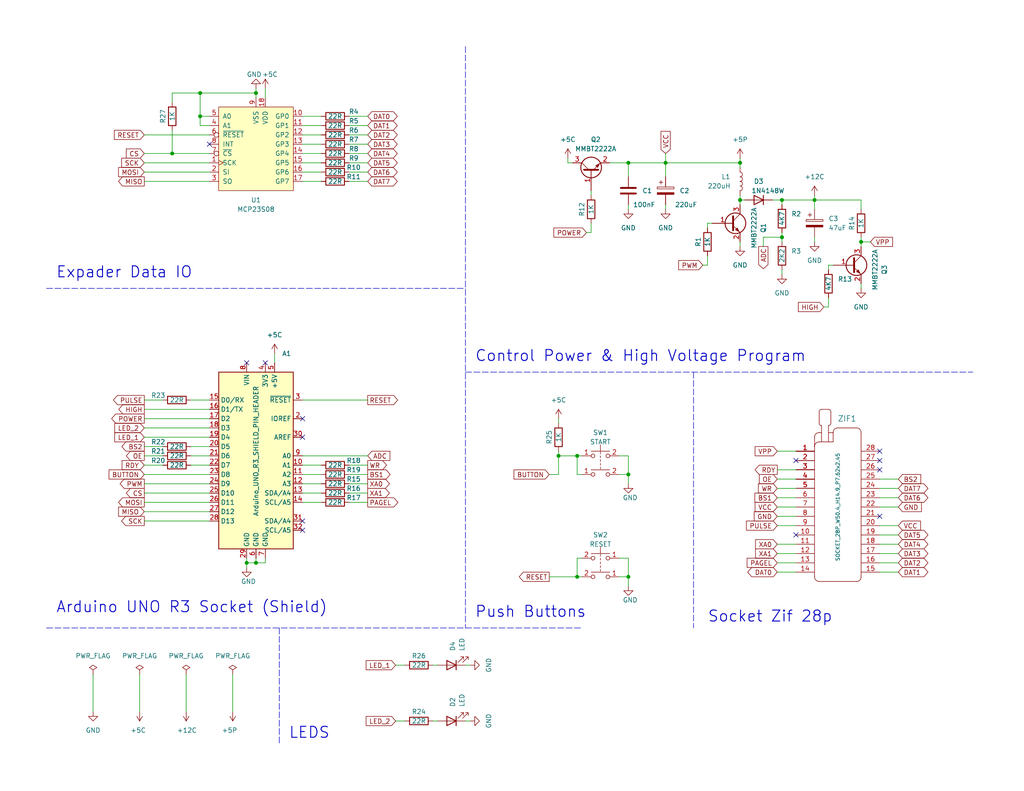
<source format=kicad_sch>
(kicad_sch (version 20230121) (generator eeschema)
  (paper "USLetter")
  (title_block (title "RESTORE AVR FUSES SMD") (date "2023-03-08") (rev "1.1V") (company "xDNA Electronics & Design"))
  (lib_symbols
    (symbol "Device:C" (pin_numbers hide) (pin_names (offset 0.254))
      (property "Reference" "C" (at 0.635 2.54 0))
      (property "Value" "C" (at 0.635 -2.54 0))
      (symbol "C_0_1"
        (polyline (pts (xy -2.032 -0.762) (xy 2.032 -0.762)) (stroke (width 0.508)))
        (polyline (pts (xy -2.032 0.762) (xy 2.032 0.762)) (stroke (width 0.508)))
      )
      (symbol "C_1_1"
        (pin passive line (at 0 3.81 270) (length 2.794) (name "~") (number "1"))
        (pin passive line (at 0 -3.81 90) (length 2.794) (name "~") (number "2"))
      )
    )
    (symbol "Device:C_Polarized" (pin_numbers hide) (pin_names (offset 0.254))
      (property "Reference" "C" (at 0.635 2.54 0))
      (property "Value" "C_Polarized" (at 0.635 -2.54 0))
      (symbol "C_Polarized_0_1"
        (rectangle (start -2.286 0.508) (end 2.286 1.016))
        (polyline (pts (xy -1.778 2.286) (xy -0.762 2.286)))
        (polyline (pts (xy -1.27 2.794) (xy -1.27 1.778)))
        (rectangle (start 2.286 -0.508) (end -2.286 -1.016) (fill (type outline)))
      )
      (symbol "C_Polarized_1_1"
        (pin passive line (at 0 3.81 270) (length 2.794) (name "~") (number "1"))
        (pin passive line (at 0 -3.81 90) (length 2.794) (name "~") (number "2"))
      )
    )
    (symbol "Device:L" (pin_numbers hide) (pin_names (offset 1.016) hide)
      (property "Reference" "L" (at -1.27 0 90))
      (property "Value" "L" (at 1.905 0 90))
      (symbol "L_0_1"
        (arc (start 0 -2.54) (mid 0.6323 -1.905) (end 0 -1.27))
        (arc (start 0 -1.27) (mid 0.6323 -0.635) (end 0 0))
        (arc (start 0 0) (mid 0.6323 0.635) (end 0 1.27))
        (arc (start 0 1.27) (mid 0.6323 1.905) (end 0 2.54))
      )
      (symbol "L_1_1"
        (pin passive line (at 0 3.81 270) (length 1.27) (name "1") (number "1"))
        (pin passive line (at 0 -3.81 90) (length 1.27) (name "2") (number "2"))
      )
    )
    (symbol "Device:LED" (pin_numbers hide) (pin_names (offset 1.016) hide)
      (property "Reference" "D" (at 0 2.54 0))
      (property "Value" "LED" (at 0 -2.54 0))
      (symbol "LED_0_1"
        (polyline (pts (xy -1.27 -1.27) (xy -1.27 1.27)) (stroke (width 0.254)))
        (polyline (pts (xy -1.27 0) (xy 1.27 0)))
        (polyline (pts (xy 1.27 -1.27) (xy 1.27 1.27) (xy -1.27 0) (xy 1.27 -1.27)) (stroke (width 0.254)))
        (polyline (pts (xy -3.048 -0.762) (xy -4.572 -2.286) (xy -3.81 -2.286) (xy -4.572 -2.286) (xy -4.572 -1.524)))
        (polyline (pts (xy -1.778 -0.762) (xy -3.302 -2.286) (xy -2.54 -2.286) (xy -3.302 -2.286) (xy -3.302 -1.524)))
      )
      (symbol "LED_1_1"
        (pin passive line (at -3.81 0 0) (length 2.54) (name "K") (number "1"))
        (pin passive line (at 3.81 0 180) (length 2.54) (name "A") (number "2"))
      )
    )
    (symbol "Device:Q_NPN_BEC" (pin_names (offset 0) hide)
      (property "Reference" "Q" (at 5.08 1.27 0))
      (property "Value" "Q_NPN_BEC" (at 5.08 -1.27 0))
      (symbol "Q_NPN_BEC_0_1"
        (polyline (pts (xy 0.635 0.635) (xy 2.54 2.54)))
        (polyline (pts (xy 0.635 -0.635) (xy 2.54 -2.54) (xy 2.54 -2.54)))
        (polyline (pts (xy 0.635 1.905) (xy 0.635 -1.905) (xy 0.635 -1.905)) (stroke (width 0.508)))
        (polyline (pts (xy 1.27 -1.778) (xy 1.778 -1.27) (xy 2.286 -2.286) (xy 1.27 -1.778) (xy 1.27 -1.778)) (fill (type outline)))
        (circle (center 1.27 0) (radius 2.8194) (stroke (width 0.254)))
      )
      (symbol "Q_NPN_BEC_1_1"
        (pin input line (at -5.08 0 0) (length 5.715) (name "B") (number "1"))
        (pin passive line (at 2.54 -5.08 90) (length 2.54) (name "E") (number "2"))
        (pin passive line (at 2.54 5.08 270) (length 2.54) (name "C") (number "3"))
      )
    )
    (symbol "Device:R" (pin_numbers hide) (pin_names (offset 0))
      (property "Reference" "R" (at 2.032 0 90))
      (property "Value" "R" (at 0 0 90))
      (symbol "R_0_1"
        (rectangle (start -1.016 -2.54) (end 1.016 2.54) (stroke (width 0.254)))
      )
      (symbol "R_1_1"
        (pin passive line (at 0 3.81 270) (length 1.27) (name "~") (number "1"))
        (pin passive line (at 0 -3.81 90) (length 1.27) (name "~") (number "2"))
      )
    )
    (symbol "Diode:1N4148W" (pin_numbers hide) (pin_names hide)
      (property "Reference" "D" (at 0 2.54 0))
      (property "Value" "1N4148W" (at 0 -2.54 0))
      (symbol "1N4148W_0_1"
        (polyline (pts (xy -1.27 1.27) (xy -1.27 -1.27)) (stroke (width 0.254)))
        (polyline (pts (xy 1.27 0) (xy -1.27 0)))
        (polyline (pts (xy 1.27 1.27) (xy 1.27 -1.27) (xy -1.27 0) (xy 1.27 1.27)) (stroke (width 0.254)))
      )
      (symbol "1N4148W_1_1"
        (pin passive line (at -3.81 0 0) (length 2.54) (name "K") (number "1"))
        (pin passive line (at 3.81 0 180) (length 2.54) (name "A") (number "2"))
      )
    )
    (symbol "Switch:SW_Push_Dual" (pin_names (offset 1.016) hide)
      (property "Reference" "SW" (at 1.27 2.54 0))
      (property "Value" "SW_Push_Dual" (at 0 -6.858 0))
      (symbol "SW_Push_Dual_0_1"
        (circle (center -2.032 -5.08) (radius 0.508))
        (circle (center -2.032 0) (radius 0.508))
        (polyline (pts (xy 0 -3.048) (xy 0 -3.556)))
        (polyline (pts (xy 0 -2.032) (xy 0 -2.54)))
        (polyline (pts (xy 0 -1.524) (xy 0 -1.016)))
        (polyline (pts (xy 0 -0.508) (xy 0 0)))
        (polyline (pts (xy 0 0.508) (xy 0 1.016)))
        (polyline (pts (xy 0 1.27) (xy 0 3.048)))
        (polyline (pts (xy 2.54 -3.81) (xy -2.54 -3.81)))
        (polyline (pts (xy 2.54 1.27) (xy -2.54 1.27)))
        (circle (center 2.032 -5.08) (radius 0.508))
        (circle (center 2.032 0) (radius 0.508))
        (pin passive line (at -5.08 0 0) (length 2.54) (name "1") (number "1"))
        (pin passive line (at -5.08 -5.08 0) (length 2.54) (name "3") (number "1"))
        (pin passive line (at 5.08 0 180) (length 2.54) (name "2") (number "2"))
        (pin passive line (at 5.08 -5.08 180) (length 2.54) (name "4") (number "2"))
      )
    )
    (symbol "power:+12C" (power) (pin_names (offset 0))
      (property "Value" "+12C" (at 0 3.81 0))
      (symbol "+12C_0_1"
        (polyline (pts (xy -0.762 1.27) (xy 0 2.54)))
        (polyline (pts (xy 0 0) (xy 0 2.54)))
        (polyline (pts (xy 0 2.54) (xy 0.762 1.27)))
      )
      (symbol "+12C_1_1"
        (pin power_in line (at 0 0 90) (length 0) hide (name "+12C") (number "1"))
      )
    )
    (symbol "power:+5C" (power) (pin_names (offset 0))
      (property "Value" "+5C" (at 0 3.556 0))
      (symbol "+5C_0_1"
        (polyline (pts (xy -0.762 1.27) (xy 0 2.54)))
        (polyline (pts (xy 0 0) (xy 0 2.54)))
        (polyline (pts (xy 0 2.54) (xy 0.762 1.27)))
      )
      (symbol "+5C_1_1"
        (pin power_in line (at 0 0 90) (length 0) hide (name "+5C") (number "1"))
      )
    )
    (symbol "power:+5P" (power) (pin_names (offset 0))
      (property "Value" "+5P" (at 0 3.556 0))
      (symbol "+5P_0_1"
        (polyline (pts (xy -0.762 1.27) (xy 0 2.54)))
        (polyline (pts (xy 0 0) (xy 0 2.54)))
        (polyline (pts (xy 0 2.54) (xy 0.762 1.27)))
      )
      (symbol "+5P_1_1"
        (pin power_in line (at 0 0 90) (length 0) hide (name "+5P") (number "1"))
      )
    )
    (symbol "power:GND" (power) (pin_names (offset 0))
      (property "Value" "GND" (at 0 -3.81 0))
      (symbol "GND_0_1"
        (polyline (pts (xy 0 0) (xy 0 -1.27) (xy 1.27 -1.27) (xy 0 -2.54) (xy -1.27 -1.27) (xy 0 -1.27)))
      )
      (symbol "GND_1_1"
        (pin power_in line (at 0 0 270) (length 0) hide (name "GND") (number "1"))
      )
    )
    (symbol "power:PWR_FLAG" (power) (pin_numbers hide) (pin_names (offset 0) hide)
      (property "Value" "PWR_FLAG" (at 0 3.81 0))
      (symbol "PWR_FLAG_0_0"
        (pin power_out line (at 0 0 90) (length 0) (name "pwr") (number "1"))
      )
      (symbol "PWR_FLAG_0_1"
        (polyline (pts (xy 0 0) (xy 0 1.27) (xy -1.016 1.905) (xy 0 2.54) (xy 1.016 1.905) (xy 0 1.27)))
      )
    )
    (symbol "x_Arduino_Shield:Arduino_UNO_R3_SHIELD_PIN_HEADER"
      (property "Reference" "A" (at -10.16 23.495 0))
      (property "Value" "Arduino_UNO_R3_SHIELD_PIN_HEADER" (at 5.08 -26.67 0))
      (symbol "Arduino_UNO_R3_SHIELD_PIN_HEADER_0_1"
        (rectangle (start -10.16 22.86) (end 10.16 -25.4) (stroke (width 0.254)) (fill (type background)))
      )
      (symbol "Arduino_UNO_R3_SHIELD_PIN_HEADER_1_1"
        (pin no_connect line (at -10.16 -20.32 0) (length 2.54) hide (name "NC") (number "1"))
        (pin bidirectional line (at 12.7 -2.54 180) (length 2.54) (name "A1") (number "10"))
        (pin bidirectional line (at 12.7 -5.08 180) (length 2.54) (name "A2") (number "11"))
        (pin bidirectional line (at 12.7 -7.62 180) (length 2.54) (name "A3") (number "12"))
        (pin bidirectional line (at 12.7 -10.16 180) (length 2.54) (name "SDA/A4") (number "13"))
        (pin bidirectional line (at 12.7 -12.7 180) (length 2.54) (name "SCL/A5") (number "14"))
        (pin bidirectional line (at -12.7 15.24 0) (length 2.54) (name "D0/RX") (number "15"))
        (pin bidirectional line (at -12.7 12.7 0) (length 2.54) (name "D1/TX") (number "16"))
        (pin bidirectional line (at -12.7 10.16 0) (length 2.54) (name "D2") (number "17"))
        (pin bidirectional line (at -12.7 7.62 0) (length 2.54) (name "D3") (number "18"))
        (pin bidirectional line (at -12.7 5.08 0) (length 2.54) (name "D4") (number "19"))
        (pin output line (at 12.7 10.16 180) (length 2.54) (name "IOREF") (number "2"))
        (pin bidirectional line (at -12.7 2.54 0) (length 2.54) (name "D5") (number "20"))
        (pin bidirectional line (at -12.7 0 0) (length 2.54) (name "D6") (number "21"))
        (pin bidirectional line (at -12.7 -2.54 0) (length 2.54) (name "D7") (number "22"))
        (pin bidirectional line (at -12.7 -5.08 0) (length 2.54) (name "D8") (number "23"))
        (pin bidirectional line (at -12.7 -7.62 0) (length 2.54) (name "D9") (number "24"))
        (pin bidirectional line (at -12.7 -10.16 0) (length 2.54) (name "D10") (number "25"))
        (pin bidirectional line (at -12.7 -12.7 0) (length 2.54) (name "D11") (number "26"))
        (pin bidirectional line (at -12.7 -15.24 0) (length 2.54) (name "D12") (number "27"))
        (pin bidirectional line (at -12.7 -17.78 0) (length 2.54) (name "D13") (number "28"))
        (pin power_in line (at -2.54 -27.94 90) (length 2.54) (name "GND") (number "29"))
        (pin input line (at 12.7 15.24 180) (length 2.54) (name "~{RESET}") (number "3"))
        (pin input line (at 12.7 5.08 180) (length 2.54) (name "AREF") (number "30"))
        (pin bidirectional line (at 12.7 -17.78 180) (length 2.54) (name "SDA/A4") (number "31"))
        (pin bidirectional line (at 12.7 -20.32 180) (length 2.54) (name "SCL/A5") (number "32"))
        (pin power_out line (at 2.54 25.4 270) (length 2.54) (name "3V3") (number "4"))
        (pin power_out line (at 5.08 25.4 270) (length 2.54) (name "+5V") (number "5"))
        (pin power_in line (at 0 -27.94 90) (length 2.54) (name "GND") (number "6"))
        (pin power_in line (at 2.54 -27.94 90) (length 2.54) (name "GND") (number "7"))
        (pin power_in line (at -2.54 25.4 270) (length 2.54) (name "VIN") (number "8"))
        (pin bidirectional line (at 12.7 0 180) (length 2.54) (name "A0") (number "9"))
      )
    )
    (symbol "x_Interfaces:MCP23S08" (pin_names (offset 1.016))
      (property "Reference" "U" (at -10.16 13.97 0))
      (property "Value" "MCP23S08" (at -6.35 -12.7 0))
      (symbol "MCP23S08_0_1"
        (rectangle (start -11.43 11.43) (end 8.89 -11.43) (fill (type background)))
      )
      (symbol "MCP23S08_1_1"
        (pin input clock (at -13.97 -3.81 0) (length 2.54) (name "SCK") (number "1"))
        (pin bidirectional line (at 11.43 8.89 180) (length 2.54) (name "GP0") (number "10"))
        (pin bidirectional line (at 11.43 6.35 180) (length 2.54) (name "GP1") (number "11"))
        (pin bidirectional line (at 11.43 3.81 180) (length 2.54) (name "GP2") (number "12"))
        (pin bidirectional line (at 11.43 1.27 180) (length 2.54) (name "GP3") (number "13"))
        (pin bidirectional line (at 11.43 -1.27 180) (length 2.54) (name "GP4") (number "14"))
        (pin bidirectional line (at 11.43 -3.81 180) (length 2.54) (name "GP5") (number "15"))
        (pin bidirectional line (at 11.43 -6.35 180) (length 2.54) (name "GP6") (number "16"))
        (pin bidirectional line (at 11.43 -8.89 180) (length 2.54) (name "GP7") (number "17"))
        (pin power_in line (at 1.27 13.97 270) (length 2.54) (name "VDD") (number "18"))
        (pin input line (at -13.97 -6.35 0) (length 2.54) (name "SI") (number "2"))
        (pin output line (at -13.97 -8.89 0) (length 2.54) (name "SO") (number "3"))
        (pin input line (at -13.97 6.35 0) (length 2.54) (name "A1") (number "4"))
        (pin input line (at -13.97 8.89 0) (length 2.54) (name "A0") (number "5"))
        (pin input inverted (at -13.97 3.81 0) (length 2.54) (name "~{RESET}") (number "6"))
        (pin input inverted (at -13.97 -1.27 0) (length 2.54) (name "~{CS}") (number "7"))
        (pin input line (at -13.97 1.27 0) (length 2.54) (name "INT") (number "8"))
        (pin power_in line (at -1.27 13.97 270) (length 2.54) (name "VSS") (number "9"))
      )
    )
    (symbol "x_Sockets_ZIF:SOCKET_28P_W50.4_H14.9_P7.62x2.45" (pin_names (offset 1.016))
      (property "Reference" "ZIF" (at 1.27 22.86 0))
      (property "Value" "SOCKET_28P_W50.4_H14.9_P7.62x2.45" (at 0 -17.78 0))
      (symbol "SOCKET_28P_W50.4_H14.9_P7.62x2.45_0_1"
        (arc (start -6.35 -19.05) (mid -5.9727 -19.9427) (end -5.08 -20.32))
        (arc (start -5.08 17.78) (mid -5.9909 17.4209) (end -6.35 16.51))
        (arc (start -5.08 20.32) (mid -5.9909 19.9609) (end -6.35 19.05))
        (arc (start -5.08 22.86) (mid -4.8992 22.4058) (end -4.445 22.225))
        (arc (start -4.445 26.67) (mid -4.8992 26.4892) (end -5.08 26.035))
        (arc (start -2.54 22.225) (mid -2.1034 22.4234) (end -1.905 22.86))
        (arc (start -1.905 26.035) (mid -2.1034 26.4716) (end -2.54 26.67))
        (polyline (pts (xy -6.35 16.51) (xy -6.35 -19.05)))
        (polyline (pts (xy -6.35 16.51) (xy -6.35 19.05)))
        (polyline (pts (xy -5.08 -20.32) (xy 5.08 -20.32)))
        (polyline (pts (xy -5.08 20.32) (xy -4.445 20.32)))
        (polyline (pts (xy -5.08 22.86) (xy -5.08 26.035)))
        (polyline (pts (xy -4.445 17.78) (xy -4.445 22.225)))
        (polyline (pts (xy -4.445 26.67) (xy -2.54 26.67)))
        (polyline (pts (xy -2.54 17.78) (xy -2.54 22.225)))
        (polyline (pts (xy -2.54 20.32) (xy -1.27 20.32)))
        (polyline (pts (xy -1.905 22.86) (xy -1.905 26.035)))
        (polyline (pts (xy 0 21.59) (xy 5.08 21.59)))
        (polyline (pts (xy 6.35 -19.05) (xy 6.35 16.51)))
        (polyline (pts (xy 6.35 16.51) (xy 6.35 20.32)))
        (polyline (pts (xy -5.08 17.78) (xy -1.27 17.78) (xy -1.27 20.32)))
        (arc (start 0 21.59) (mid -0.9109 21.2309) (end -1.27 20.32))
        (arc (start 5.08 -20.32) (mid 5.9908 -19.9608) (end 6.35 -19.05))
        (arc (start 6.35 20.32) (mid 5.9908 21.2308) (end 5.08 21.59))
      )
      (symbol "SOCKET_28P_W50.4_H14.9_P7.62x2.45_1_1"
        (pin bidirectional line (at -11.43 15.24 0) (length 5.0038) (name "~") (number "1"))
        (pin bidirectional line (at -11.43 15.24 0) (length 5.0038) (name "~") (number "1"))
        (pin bidirectional line (at -11.43 15.24 0) (length 5.0038) (name "~") (number "1"))
        (pin bidirectional line (at -11.43 15.24 0) (length 5.0038) (name "~") (number "1"))
        (pin bidirectional line (at -11.43 -7.62 0) (length 5.0038) (name "~") (number "10"))
        (pin bidirectional line (at -11.43 -10.16 0) (length 5.0038) (name "~") (number "11"))
        (pin bidirectional line (at -11.43 -12.7 0) (length 5.0038) (name "~") (number "12"))
        (pin bidirectional line (at -11.43 -15.24 0) (length 5.0038) (name "~") (number "13"))
        (pin bidirectional line (at -11.43 -17.78 0) (length 5.0038) (name "~") (number "14"))
        (pin bidirectional line (at 11.43 -17.78 180) (length 5.0038) (name "~") (number "15"))
        (pin bidirectional line (at 11.43 -15.24 180) (length 5.0038) (name "~") (number "16"))
        (pin bidirectional line (at 11.43 -12.7 180) (length 5.0038) (name "~") (number "17"))
        (pin bidirectional line (at 11.43 -10.16 180) (length 5.0038) (name "~") (number "18"))
        (pin bidirectional line (at 11.43 -7.62 180) (length 5.0038) (name "~") (number "19"))
        (pin bidirectional line (at -11.43 12.7 0) (length 5.0038) (name "~") (number "2"))
        (pin bidirectional line (at -11.43 12.7 0) (length 5.0038) (name "~") (number "2"))
        (pin bidirectional line (at -11.43 12.7 0) (length 5.0038) (name "~") (number "2"))
        (pin bidirectional line (at -11.43 12.7 0) (length 5.0038) (name "~") (number "2"))
        (pin bidirectional line (at 11.43 -5.08 180) (length 5.0038) (name "~") (number "20"))
        (pin bidirectional line (at 11.43 -2.54 180) (length 5.0038) (name "~") (number "21"))
        (pin bidirectional line (at 11.43 0 180) (length 5.0038) (name "~") (number "22"))
        (pin bidirectional line (at 11.43 2.54 180) (length 5.0038) (name "~") (number "23"))
        (pin bidirectional line (at 11.43 5.08 180) (length 5.0038) (name "~") (number "24"))
        (pin bidirectional line (at 11.43 7.62 180) (length 5.0038) (name "~") (number "25"))
        (pin bidirectional line (at 11.43 10.16 180) (length 5.0038) (name "~") (number "26"))
        (pin bidirectional line (at 11.43 12.7 180) (length 5.0038) (name "~") (number "27"))
        (pin bidirectional line (at 11.43 15.24 180) (length 5.0038) (name "~") (number "28"))
        (pin bidirectional line (at -11.43 10.16 0) (length 5.0038) (name "~") (number "3"))
        (pin bidirectional line (at -11.43 10.16 0) (length 5.0038) (name "~") (number "3"))
        (pin bidirectional line (at -11.43 10.16 0) (length 5.0038) (name "~") (number "3"))
        (pin bidirectional line (at -11.43 10.16 0) (length 5.0038) (name "~") (number "3"))
        (pin bidirectional line (at -11.43 7.62 0) (length 5.0038) (name "~") (number "4"))
        (pin bidirectional line (at -11.43 7.62 0) (length 5.0038) (name "~") (number "4"))
        (pin bidirectional line (at -11.43 7.62 0) (length 5.0038) (name "~") (number "4"))
        (pin bidirectional line (at -11.43 7.62 0) (length 5.0038) (name "~") (number "4"))
        (pin bidirectional line (at -11.43 5.08 0) (length 5.0038) (name "~") (number "5"))
        (pin bidirectional line (at -11.43 5.08 0) (length 5.0038) (name "~") (number "5"))
        (pin bidirectional line (at -11.43 5.08 0) (length 5.0038) (name "~") (number "5"))
        (pin bidirectional line (at -11.43 5.08 0) (length 5.0038) (name "~") (number "5"))
        (pin bidirectional line (at -11.43 2.54 0) (length 5.0038) (name "~") (number "6"))
        (pin bidirectional line (at -11.43 0 0) (length 5.0038) (name "~") (number "7"))
        (pin bidirectional line (at -11.43 -2.54 0) (length 5.0038) (name "~") (number "8"))
        (pin bidirectional line (at -11.43 -5.08 0) (length 5.0038) (name "~") (number "9"))
      )
    )
  )
  (junction (at 201.93 44.45))
  (junction (at 222.25 54.61))
  (junction (at 67.31 153.67))
  (junction (at 157.48 157.48))
  (junction (at 171.45 129.54))
  (junction (at 46.99 41.91))
  (junction (at 213.36 64.77))
  (junction (at 171.45 157.48))
  (junction (at 234.95 66.04))
  (junction (at 171.45 44.45))
  (junction (at 54.61 31.75))
  (junction (at 69.85 153.67))
  (junction (at 181.61 44.45))
  (junction (at 152.4 124.46))
  (junction (at 157.48 124.46))
  (junction (at 201.93 54.61))
  (junction (at 69.85 25.4))
  (junction (at 213.36 54.61))
  (junction (at 54.61 25.4))
  (no_connect (at 240.03 128.27))
  (no_connect (at 217.17 146.05))
  (no_connect (at 82.55 119.38))
  (no_connect (at 82.55 142.24))
  (no_connect (at 240.03 140.97))
  (no_connect (at 67.31 99.06))
  (no_connect (at 240.03 123.19))
  (no_connect (at 82.55 144.78))
  (no_connect (at 82.55 114.3))
  (no_connect (at 240.03 125.73))
  (no_connect (at 217.17 125.73))
  (no_connect (at 57.15 39.37))
  (no_connect (at 72.39 99.06))
  (wire (pts (xy 240.03 133.35) (xy 245.11 133.35)))
  (wire (pts (xy 226.06 72.39) (xy 226.06 73.66)))
  (wire (pts (xy 82.55 124.46) (xy 100.33 124.46)))
  (wire (pts (xy 39.37 119.38) (xy 57.15 119.38)))
  (wire (pts (xy 208.28 64.77) (xy 213.36 64.77)))
  (wire (pts (xy 160.02 63.5) (xy 161.29 63.5)))
  (wire (pts (xy 95.25 129.54) (xy 100.33 129.54)))
  (wire (pts (xy 154.94 44.45) (xy 156.21 44.45)))
  (wire (pts (xy 193.04 69.85) (xy 193.04 72.39)))
  (wire (pts (xy 100.33 46.99) (xy 95.25 46.99)))
  (wire (pts (xy 39.37 114.3) (xy 57.15 114.3)))
  (wire (pts (xy 157.48 157.48) (xy 158.75 157.48)))
  (wire (pts (xy 222.25 64.77) (xy 222.25 66.04)))
  (wire (pts (xy 39.37 46.99) (xy 57.15 46.99)))
  (wire (pts (xy 95.25 134.62) (xy 100.33 134.62)))
  (wire (pts (xy 39.37 109.22) (xy 44.45 109.22)))
  (wire (pts (xy 152.4 124.46) (xy 157.48 124.46)))
  (wire (pts (xy 227.33 72.39) (xy 226.06 72.39)))
  (wire (pts (xy 152.4 114.3) (xy 152.4 115.57)))
  (wire (pts (xy 100.33 44.45) (xy 95.25 44.45)))
  (wire (pts (xy 171.45 157.48) (xy 168.91 157.48)))
  (wire (pts (xy 39.37 36.83) (xy 57.15 36.83)))
  (wire (pts (xy 127 181.61) (xy 128.27 181.61)))
  (wire (pts (xy 181.61 55.88) (xy 181.61 57.15)))
  (wire (pts (xy 52.07 124.46) (xy 57.15 124.46)))
  (wire (pts (xy 54.61 31.75) (xy 57.15 31.75)))
  (wire (pts (xy 39.37 132.08) (xy 57.15 132.08)))
  (wire (pts (xy 222.25 54.61) (xy 222.25 57.15)))
  (wire (pts (xy 201.93 54.61) (xy 201.93 55.88)))
  (wire (pts (xy 39.37 139.7) (xy 57.15 139.7)))
  (wire (pts (xy 240.03 135.89) (xy 245.11 135.89)))
  (wire (pts (xy 52.07 127) (xy 57.15 127)))
  (wire (pts (xy 39.37 49.53) (xy 57.15 49.53)))
  (wire (pts (xy 39.37 41.91) (xy 46.99 41.91)))
  (wire (pts (xy 82.55 129.54) (xy 87.63 129.54)))
  (wire (pts (xy 67.31 152.4) (xy 67.31 153.67)))
  (wire (pts (xy 152.4 124.46) (xy 152.4 129.54)))
  (wire (pts (xy 100.33 39.37) (xy 95.25 39.37)))
  (wire (pts (xy 87.63 46.99) (xy 82.55 46.99)))
  (wire (pts (xy 212.09 143.51) (xy 217.17 143.51)))
  (wire (pts (xy 82.55 132.08) (xy 87.63 132.08)))
  (wire (pts (xy 161.29 60.96) (xy 161.29 63.5)))
  (wire (pts (xy 69.85 24.13) (xy 69.85 25.4)))
  (wire (pts (xy 63.5 184.15) (xy 63.5 194.31)))
  (wire (pts (xy 39.37 111.76) (xy 57.15 111.76)))
  (wire (pts (xy 157.48 129.54) (xy 157.48 124.46)))
  (wire (pts (xy 46.99 35.56) (xy 46.99 41.91)))
  (wire (pts (xy 193.04 60.96) (xy 193.04 62.23)))
  (wire (pts (xy 158.75 129.54) (xy 157.48 129.54)))
  (wire (pts (xy 171.45 152.4) (xy 171.45 157.48)))
  (wire (pts (xy 39.37 44.45) (xy 57.15 44.45)))
  (wire (pts (xy 67.31 153.67) (xy 67.31 154.94)))
  (wire (pts (xy 212.09 123.19) (xy 217.17 123.19)))
  (wire (pts (xy 240.03 146.05) (xy 245.11 146.05)))
  (wire (pts (xy 234.95 66.04) (xy 234.95 67.31)))
  (wire (pts (xy 171.45 44.45) (xy 181.61 44.45)))
  (polyline (pts (xy 12.7 78.74) (xy 127 78.74)) (stroke (width 0) (type dash)))
  (wire (pts (xy 181.61 41.91) (xy 181.61 44.45)))
  (wire (pts (xy 171.45 124.46) (xy 171.45 129.54)))
  (wire (pts (xy 82.55 134.62) (xy 87.63 134.62)))
  (wire (pts (xy 213.36 73.66) (xy 213.36 74.93)))
  (wire (pts (xy 234.95 54.61) (xy 222.25 54.61)))
  (wire (pts (xy 100.33 49.53) (xy 95.25 49.53)))
  (wire (pts (xy 82.55 137.16) (xy 87.63 137.16)))
  (wire (pts (xy 87.63 34.29) (xy 82.55 34.29)))
  (wire (pts (xy 39.37 124.46) (xy 44.45 124.46)))
  (wire (pts (xy 95.25 132.08) (xy 100.33 132.08)))
  (wire (pts (xy 118.11 181.61) (xy 119.38 181.61)))
  (polyline (pts (xy 189.23 101.6) (xy 189.23 171.45)) (stroke (width 0) (type dash)))
  (wire (pts (xy 54.61 25.4) (xy 54.61 31.75)))
  (wire (pts (xy 201.93 53.34) (xy 201.93 54.61)))
  (wire (pts (xy 69.85 153.67) (xy 72.39 153.67)))
  (wire (pts (xy 201.93 54.61) (xy 203.2 54.61)))
  (wire (pts (xy 212.09 153.67) (xy 217.17 153.67)))
  (wire (pts (xy 240.03 143.51) (xy 245.11 143.51)))
  (polyline (pts (xy 127 12.7) (xy 127 171.45)) (stroke (width 0) (type dash)))
  (wire (pts (xy 52.07 121.92) (xy 57.15 121.92)))
  (wire (pts (xy 39.37 116.84) (xy 57.15 116.84)))
  (wire (pts (xy 39.37 137.16) (xy 57.15 137.16)))
  (wire (pts (xy 213.36 54.61) (xy 213.36 55.88)))
  (wire (pts (xy 168.91 152.4) (xy 171.45 152.4)))
  (wire (pts (xy 149.86 129.54) (xy 152.4 129.54)))
  (wire (pts (xy 46.99 41.91) (xy 57.15 41.91)))
  (wire (pts (xy 95.25 137.16) (xy 100.33 137.16)))
  (wire (pts (xy 240.03 138.43) (xy 245.11 138.43)))
  (wire (pts (xy 226.06 83.82) (xy 224.79 83.82)))
  (wire (pts (xy 127 196.85) (xy 128.27 196.85)))
  (wire (pts (xy 171.45 157.48) (xy 171.45 160.02)))
  (wire (pts (xy 149.86 157.48) (xy 157.48 157.48)))
  (wire (pts (xy 69.85 25.4) (xy 54.61 25.4)))
  (polyline (pts (xy 127 101.6) (xy 265.43 101.6)) (stroke (width 0) (type dash)))
  (wire (pts (xy 50.8 184.15) (xy 50.8 194.31)))
  (wire (pts (xy 212.09 151.13) (xy 217.17 151.13)))
  (wire (pts (xy 171.45 129.54) (xy 168.91 129.54)))
  (wire (pts (xy 234.95 66.04) (xy 237.49 66.04)))
  (wire (pts (xy 234.95 77.47) (xy 234.95 78.74)))
  (wire (pts (xy 181.61 44.45) (xy 201.93 44.45)))
  (wire (pts (xy 212.09 138.43) (xy 217.17 138.43)))
  (wire (pts (xy 240.03 153.67) (xy 245.11 153.67)))
  (wire (pts (xy 181.61 44.45) (xy 181.61 48.26)))
  (wire (pts (xy 39.37 121.92) (xy 44.45 121.92)))
  (wire (pts (xy 25.4 184.15) (xy 25.4 194.31)))
  (wire (pts (xy 222.25 53.34) (xy 222.25 54.61)))
  (wire (pts (xy 213.36 64.77) (xy 213.36 66.04)))
  (wire (pts (xy 240.03 156.21) (xy 245.11 156.21)))
  (wire (pts (xy 234.95 57.15) (xy 234.95 54.61)))
  (wire (pts (xy 82.55 127) (xy 87.63 127)))
  (wire (pts (xy 118.11 196.85) (xy 119.38 196.85)))
  (wire (pts (xy 212.09 130.81) (xy 217.17 130.81)))
  (wire (pts (xy 39.37 142.24) (xy 57.15 142.24)))
  (wire (pts (xy 226.06 81.28) (xy 226.06 83.82)))
  (wire (pts (xy 87.63 41.91) (xy 82.55 41.91)))
  (wire (pts (xy 201.93 66.04) (xy 201.93 67.31)))
  (wire (pts (xy 100.33 36.83) (xy 95.25 36.83)))
  (wire (pts (xy 38.1 184.15) (xy 38.1 194.31)))
  (wire (pts (xy 208.28 67.31) (xy 208.28 64.77)))
  (wire (pts (xy 171.45 44.45) (xy 171.45 48.26)))
  (wire (pts (xy 157.48 152.4) (xy 158.75 152.4)))
  (wire (pts (xy 212.09 156.21) (xy 217.17 156.21)))
  (wire (pts (xy 212.09 128.27) (xy 217.17 128.27)))
  (wire (pts (xy 210.82 54.61) (xy 213.36 54.61)))
  (wire (pts (xy 157.48 152.4) (xy 157.48 157.48)))
  (wire (pts (xy 201.93 43.18) (xy 201.93 44.45)))
  (wire (pts (xy 201.93 44.45) (xy 201.93 45.72)))
  (wire (pts (xy 54.61 25.4) (xy 46.99 25.4)))
  (wire (pts (xy 193.04 60.96) (xy 194.31 60.96)))
  (wire (pts (xy 240.03 130.81) (xy 245.11 130.81)))
  (wire (pts (xy 82.55 109.22) (xy 100.33 109.22)))
  (wire (pts (xy 166.37 44.45) (xy 171.45 44.45)))
  (wire (pts (xy 212.09 135.89) (xy 217.17 135.89)))
  (wire (pts (xy 87.63 44.45) (xy 82.55 44.45)))
  (wire (pts (xy 154.94 43.18) (xy 154.94 44.45)))
  (wire (pts (xy 100.33 34.29) (xy 95.25 34.29)))
  (wire (pts (xy 240.03 148.59) (xy 245.11 148.59)))
  (wire (pts (xy 107.95 196.85) (xy 110.49 196.85)))
  (wire (pts (xy 69.85 25.4) (xy 69.85 26.67)))
  (polyline (pts (xy 12.7 171.45) (xy 158.75 171.45)) (stroke (width 0) (type dash)))
  (wire (pts (xy 213.36 54.61) (xy 222.25 54.61)))
  (wire (pts (xy 157.48 124.46) (xy 158.75 124.46)))
  (wire (pts (xy 212.09 140.97) (xy 217.17 140.97)))
  (polyline (pts (xy 76.2 171.45) (xy 76.2 203.2)) (stroke (width 0) (type dash)))
  (wire (pts (xy 100.33 31.75) (xy 95.25 31.75)))
  (wire (pts (xy 72.39 152.4) (xy 72.39 153.67)))
  (wire (pts (xy 69.85 153.67) (xy 67.31 153.67)))
  (wire (pts (xy 87.63 36.83) (xy 82.55 36.83)))
  (wire (pts (xy 69.85 152.4) (xy 69.85 153.67)))
  (wire (pts (xy 54.61 31.75) (xy 54.61 34.29)))
  (wire (pts (xy 74.93 96.52) (xy 74.93 99.06)))
  (wire (pts (xy 212.09 148.59) (xy 217.17 148.59)))
  (wire (pts (xy 46.99 25.4) (xy 46.99 27.94)))
  (wire (pts (xy 240.03 151.13) (xy 245.11 151.13)))
  (wire (pts (xy 152.4 123.19) (xy 152.4 124.46)))
  (wire (pts (xy 54.61 34.29) (xy 57.15 34.29)))
  (wire (pts (xy 95.25 127) (xy 100.33 127)))
  (wire (pts (xy 171.45 129.54) (xy 171.45 132.08)))
  (wire (pts (xy 39.37 129.54) (xy 57.15 129.54)))
  (wire (pts (xy 161.29 52.07) (xy 161.29 53.34)))
  (wire (pts (xy 168.91 124.46) (xy 171.45 124.46)))
  (wire (pts (xy 193.04 72.39) (xy 191.77 72.39)))
  (wire (pts (xy 39.37 134.62) (xy 57.15 134.62)))
  (wire (pts (xy 72.39 24.13) (xy 72.39 26.67)))
  (wire (pts (xy 107.95 181.61) (xy 110.49 181.61)))
  (wire (pts (xy 87.63 39.37) (xy 82.55 39.37)))
  (wire (pts (xy 212.09 133.35) (xy 217.17 133.35)))
  (wire (pts (xy 213.36 63.5) (xy 213.36 64.77)))
  (wire (pts (xy 87.63 31.75) (xy 82.55 31.75)))
  (wire (pts (xy 87.63 49.53) (xy 82.55 49.53)))
  (wire (pts (xy 39.37 127) (xy 44.45 127)))
  (wire (pts (xy 52.07 109.22) (xy 57.15 109.22)))
  (wire (pts (xy 100.33 41.91) (xy 95.25 41.91)))
  (wire (pts (xy 234.95 64.77) (xy 234.95 66.04)))
  (wire (pts (xy 171.45 55.88) (xy 171.45 57.15)))
  (text "Control Power & High Voltage Program" (at 129.54 99.06 0) (effects (font (size 3 3) (thickness 0.254) bold) (justify left bottom)))
  (text "Arduino UNO R3 Socket (Shield)" (at 15.24 167.64 0) (effects (font (size 3 3) (thickness 0.254) bold) (justify left bottom)))
  (text "Push Buttons" (at 129.54 168.91 0) (effects (font (size 3 3) (thickness 0.254) bold) (justify left bottom)))
  (text "LEDS" (at 78.74 201.93 0) (effects (font (size 3 3) (thickness 0.254) bold) (justify left bottom)))
  (text "Socket Zif 28p" (at 193.04 170.18 0) (effects (font (size 3 3) (thickness 0.254) bold) (justify left bottom)))
  (text "Expader Data IO" (at 15.24 76.2 0) (effects (font (size 3 3) (thickness 0.254) bold) (justify left bottom)))
  (global_label "DAT2" (shape bidirectional) (at 245.11 153.67 0) (property "Intersheetrefs" "${INTERSHEET_REFS}" (effects hide)) (property "Referencias entre hojas" "${INTERSHEET_REFS}" (effects hide)))
  (global_label "BUTTON" (shape input) (at 149.86 129.54 180) (property "Intersheetrefs" "${INTERSHEET_REFS}" (effects hide)))
  (global_label "DAT5" (shape bidirectional) (at 245.11 146.05 0) (property "Intersheetrefs" "${INTERSHEET_REFS}" (effects hide)) (property "Referencias entre hojas" "${INTERSHEET_REFS}" (effects hide)))
  (global_label "CS" (shape output) (at 39.37 134.62 180) (property "Intersheetrefs" "${INTERSHEET_REFS}" (effects hide)))
  (global_label "CS" (shape input) (at 39.37 41.91 180) (property "Intersheetrefs" "${INTERSHEET_REFS}" (effects hide)))
  (global_label "VCC" (shape input) (at 212.09 138.43 180) (property "Intersheetrefs" "${INTERSHEET_REFS}" (effects hide)) (property "Referencias entre hojas" "${INTERSHEET_REFS}" (effects hide)))
  (global_label "BS2" (shape input) (at 245.11 130.81 0) (property "Intersheetrefs" "${INTERSHEET_REFS}" (effects hide)) (property "Referencias entre hojas" "${INTERSHEET_REFS}" (effects hide)))
  (global_label "DAT3" (shape bidirectional) (at 100.33 39.37 0) (property "Intersheetrefs" "${INTERSHEET_REFS}" (effects hide)) (property "Referencias entre hojas" "${INTERSHEET_REFS}" (effects hide)))
  (global_label "DAT6" (shape bidirectional) (at 245.11 135.89 0) (property "Intersheetrefs" "${INTERSHEET_REFS}" (effects hide)) (property "Referencias entre hojas" "${INTERSHEET_REFS}" (effects hide)))
  (global_label "XA0" (shape input) (at 212.09 148.59 180) (property "Intersheetrefs" "${INTERSHEET_REFS}" (effects hide)) (property "Referencias entre hojas" "${INTERSHEET_REFS}" (effects hide)))
  (global_label "BS1" (shape output) (at 100.33 129.54 0) (property "Intersheetrefs" "${INTERSHEET_REFS}" (effects hide)) (property "Referencias entre hojas" "${INTERSHEET_REFS}" (effects hide)))
  (global_label "SCK" (shape output) (at 39.37 142.24 180) (property "Intersheetrefs" "${INTERSHEET_REFS}" (effects hide)))
  (global_label "OE" (shape input) (at 212.09 130.81 180) (property "Intersheetrefs" "${INTERSHEET_REFS}" (effects hide)) (property "Referencias entre hojas" "${INTERSHEET_REFS}" (effects hide)))
  (global_label "GND" (shape input) (at 212.09 140.97 180) (property "Intersheetrefs" "${INTERSHEET_REFS}" (effects hide)) (property "Referencias entre hojas" "${INTERSHEET_REFS}" (effects hide)))
  (global_label "XA1" (shape input) (at 212.09 151.13 180) (property "Intersheetrefs" "${INTERSHEET_REFS}" (effects hide)) (property "Referencias entre hojas" "${INTERSHEET_REFS}" (effects hide)))
  (global_label "DAT7" (shape bidirectional) (at 245.11 133.35 0) (property "Intersheetrefs" "${INTERSHEET_REFS}" (effects hide)) (property "Referencias entre hojas" "${INTERSHEET_REFS}" (effects hide)))
  (global_label "PULSE" (shape input) (at 212.09 143.51 180) (property "Intersheetrefs" "${INTERSHEET_REFS}" (effects hide)) (property "Referencias entre hojas" "${INTERSHEET_REFS}" (effects hide)))
  (global_label "BUTTON" (shape input) (at 39.37 129.54 180) (property "Intersheetrefs" "${INTERSHEET_REFS}" (effects hide)))
  (global_label "DAT1" (shape bidirectional) (at 100.33 34.29 0) (property "Intersheetrefs" "${INTERSHEET_REFS}" (effects hide)) (property "Referencias entre hojas" "${INTERSHEET_REFS}" (effects hide)))
  (global_label "DAT4" (shape bidirectional) (at 245.11 148.59 0) (property "Intersheetrefs" "${INTERSHEET_REFS}" (effects hide)) (property "Referencias entre hojas" "${INTERSHEET_REFS}" (effects hide)))
  (global_label "WR" (shape output) (at 100.33 127 0) (property "Intersheetrefs" "${INTERSHEET_REFS}" (effects hide)) (property "Referencias entre hojas" "${INTERSHEET_REFS}" (effects hide)))
  (global_label "PAGEL" (shape input) (at 212.09 153.67 180) (property "Intersheetrefs" "${INTERSHEET_REFS}" (effects hide)) (property "Referencias entre hojas" "${INTERSHEET_REFS}" (effects hide)))
  (global_label "HIGH" (shape output) (at 39.37 111.76 180) (property "Intersheetrefs" "${INTERSHEET_REFS}" (effects hide)) (property "Referencias entre hojas" "${INTERSHEET_REFS}" (effects hide)))
  (global_label "VPP" (shape input) (at 237.49 66.04 0) (property "Intersheetrefs" "${INTERSHEET_REFS}" (effects hide)) (property "Referencias entre hojas" "${INTERSHEET_REFS}" (effects hide)))
  (global_label "LED_2" (shape input) (at 107.95 196.85 180) (property "Intersheetrefs" "${INTERSHEET_REFS}" (effects hide)))
  (global_label "GND" (shape input) (at 245.11 138.43 0) (property "Intersheetrefs" "${INTERSHEET_REFS}" (effects hide)) (property "Referencias entre hojas" "${INTERSHEET_REFS}" (effects hide)))
  (global_label "ADC" (shape output) (at 208.28 67.31 270) (property "Intersheetrefs" "${INTERSHEET_REFS}" (effects hide)) (property "Referencias entre hojas" "${INTERSHEET_REFS}" (effects hide)))
  (global_label "LED_1" (shape input) (at 107.95 181.61 180) (property "Intersheetrefs" "${INTERSHEET_REFS}" (effects hide)))
  (global_label "XA1" (shape output) (at 100.33 134.62 0) (property "Intersheetrefs" "${INTERSHEET_REFS}" (effects hide)) (property "Referencias entre hojas" "${INTERSHEET_REFS}" (effects hide)))
  (global_label "RDY" (shape output) (at 212.09 128.27 180) (property "Intersheetrefs" "${INTERSHEET_REFS}" (effects hide)) (property "Referencias entre hojas" "${INTERSHEET_REFS}" (effects hide)))
  (global_label "LED_1" (shape input) (at 39.37 119.38 180) (property "Intersheetrefs" "${INTERSHEET_REFS}" (effects hide)))
  (global_label "DAT0" (shape bidirectional) (at 100.33 31.75 0) (property "Intersheetrefs" "${INTERSHEET_REFS}" (effects hide)) (property "Referencias entre hojas" "${INTERSHEET_REFS}" (effects hide)))
  (global_label "POWER" (shape input) (at 160.02 63.5 180) (property "Intersheetrefs" "${INTERSHEET_REFS}" (effects hide)) (property "Referencias entre hojas" "${INTERSHEET_REFS}" (effects hide)))
  (global_label "XA0" (shape output) (at 100.33 132.08 0) (property "Intersheetrefs" "${INTERSHEET_REFS}" (effects hide)) (property "Referencias entre hojas" "${INTERSHEET_REFS}" (effects hide)))
  (global_label "DAT2" (shape bidirectional) (at 100.33 36.83 0) (property "Intersheetrefs" "${INTERSHEET_REFS}" (effects hide)) (property "Referencias entre hojas" "${INTERSHEET_REFS}" (effects hide)))
  (global_label "VCC" (shape input) (at 181.61 41.91 90) (property "Intersheetrefs" "${INTERSHEET_REFS}" (effects hide)) (property "Referencias entre hojas" "${INTERSHEET_REFS}" (effects hide)))
  (global_label "DAT1" (shape bidirectional) (at 245.11 156.21 0) (property "Intersheetrefs" "${INTERSHEET_REFS}" (effects hide)) (property "Referencias entre hojas" "${INTERSHEET_REFS}" (effects hide)))
  (global_label "DAT3" (shape bidirectional) (at 245.11 151.13 0) (property "Intersheetrefs" "${INTERSHEET_REFS}" (effects hide)) (property "Referencias entre hojas" "${INTERSHEET_REFS}" (effects hide)))
  (global_label "VPP" (shape input) (at 212.09 123.19 180) (property "Intersheetrefs" "${INTERSHEET_REFS}" (effects hide)) (property "Referencias entre hojas" "${INTERSHEET_REFS}" (effects hide)))
  (global_label "PWM" (shape input) (at 191.77 72.39 180) (property "Intersheetrefs" "${INTERSHEET_REFS}" (effects hide)) (property "Referencias entre hojas" "${INTERSHEET_REFS}" (effects hide)))
  (global_label "MISO" (shape output) (at 39.37 49.53 180) (property "Intersheetrefs" "${INTERSHEET_REFS}" (effects hide)))
  (global_label "DAT5" (shape bidirectional) (at 100.33 44.45 0) (property "Intersheetrefs" "${INTERSHEET_REFS}" (effects hide)) (property "Referencias entre hojas" "${INTERSHEET_REFS}" (effects hide)))
  (global_label "PWM" (shape output) (at 39.37 132.08 180) (property "Intersheetrefs" "${INTERSHEET_REFS}" (effects hide)) (property "Referencias entre hojas" "${INTERSHEET_REFS}" (effects hide)))
  (global_label "SCK" (shape input) (at 39.37 44.45 180) (property "Intersheetrefs" "${INTERSHEET_REFS}" (effects hide)))
  (global_label "DAT4" (shape bidirectional) (at 100.33 41.91 0) (property "Intersheetrefs" "${INTERSHEET_REFS}" (effects hide)) (property "Referencias entre hojas" "${INTERSHEET_REFS}" (effects hide)))
  (global_label "BS2" (shape output) (at 39.37 121.92 180) (property "Intersheetrefs" "${INTERSHEET_REFS}" (effects hide)) (property "Referencias entre hojas" "${INTERSHEET_REFS}" (effects hide)))
  (global_label "RESET" (shape output) (at 100.33 109.22 0) (property "Intersheetrefs" "${INTERSHEET_REFS}" (effects hide)) (property "Referencias entre hojas" "${INTERSHEET_REFS}" (effects hide)))
  (global_label "POWER" (shape output) (at 39.37 114.3 180) (property "Intersheetrefs" "${INTERSHEET_REFS}" (effects hide)) (property "Referencias entre hojas" "${INTERSHEET_REFS}" (effects hide)))
  (global_label "RESET" (shape input) (at 39.37 36.83 180) (property "Intersheetrefs" "${INTERSHEET_REFS}" (effects hide)) (property "Referencias entre hojas" "${INTERSHEET_REFS}" (effects hide)))
  (global_label "RESET" (shape output) (at 149.86 157.48 180) (property "Intersheetrefs" "${INTERSHEET_REFS}" (effects hide)) (property "Referencias entre hojas" "${INTERSHEET_REFS}" (effects hide)))
  (global_label "OE" (shape output) (at 39.37 124.46 180) (property "Intersheetrefs" "${INTERSHEET_REFS}" (effects hide)) (property "Referencias entre hojas" "${INTERSHEET_REFS}" (effects hide)))
  (global_label "WR" (shape input) (at 212.09 133.35 180) (property "Intersheetrefs" "${INTERSHEET_REFS}" (effects hide)) (property "Referencias entre hojas" "${INTERSHEET_REFS}" (effects hide)))
  (global_label "ADC" (shape input) (at 100.33 124.46 0) (property "Intersheetrefs" "${INTERSHEET_REFS}" (effects hide)) (property "Referencias entre hojas" "${INTERSHEET_REFS}" (effects hide)))
  (global_label "DAT7" (shape bidirectional) (at 100.33 49.53 0) (property "Intersheetrefs" "${INTERSHEET_REFS}" (effects hide)) (property "Referencias entre hojas" "${INTERSHEET_REFS}" (effects hide)))
  (global_label "DAT6" (shape bidirectional) (at 100.33 46.99 0) (property "Intersheetrefs" "${INTERSHEET_REFS}" (effects hide)) (property "Referencias entre hojas" "${INTERSHEET_REFS}" (effects hide)))
  (global_label "PULSE" (shape output) (at 39.37 109.22 180) (property "Intersheetrefs" "${INTERSHEET_REFS}" (effects hide)) (property "Referencias entre hojas" "${INTERSHEET_REFS}" (effects hide)))
  (global_label "PAGEL" (shape output) (at 100.33 137.16 0) (property "Intersheetrefs" "${INTERSHEET_REFS}" (effects hide)) (property "Referencias entre hojas" "${INTERSHEET_REFS}" (effects hide)))
  (global_label "DAT0" (shape bidirectional) (at 212.09 156.21 180) (property "Intersheetrefs" "${INTERSHEET_REFS}" (effects hide)) (property "Referencias entre hojas" "${INTERSHEET_REFS}" (effects hide)))
  (global_label "MISO" (shape input) (at 39.37 139.7 180) (property "Intersheetrefs" "${INTERSHEET_REFS}" (effects hide)))
  (global_label "MOSI" (shape input) (at 39.37 46.99 180) (property "Intersheetrefs" "${INTERSHEET_REFS}" (effects hide)))
  (global_label "HIGH" (shape input) (at 224.79 83.82 180) (property "Intersheetrefs" "${INTERSHEET_REFS}" (effects hide)) (property "Referencias entre hojas" "${INTERSHEET_REFS}" (effects hide)))
  (global_label "RDY" (shape input) (at 39.37 127 180) (property "Intersheetrefs" "${INTERSHEET_REFS}" (effects hide)) (property "Referencias entre hojas" "${INTERSHEET_REFS}" (effects hide)))
  (global_label "MOSI" (shape output) (at 39.37 137.16 180) (property "Intersheetrefs" "${INTERSHEET_REFS}" (effects hide)))
  (global_label "VCC" (shape input) (at 245.11 143.51 0) (property "Intersheetrefs" "${INTERSHEET_REFS}" (effects hide)) (property "Referencias entre hojas" "${INTERSHEET_REFS}" (effects hide)))
  (global_label "LED_2" (shape input) (at 39.37 116.84 180) (property "Intersheetrefs" "${INTERSHEET_REFS}" (effects hide)))
  (global_label "BS1" (shape input) (at 212.09 135.89 180) (property "Intersheetrefs" "${INTERSHEET_REFS}" (effects hide)) (property "Referencias entre hojas" "${INTERSHEET_REFS}" (effects hide)))
  (symbol (lib_id "power:PWR_FLAG") (at 25.4 184.15 0) (unit 1)
    (property "Reference" "#FLG0102" (effects hide))
    (property "Value" "PWR_FLAG" (at 25.4 179.07 0))
  )
  (symbol (lib_id "power:GND") (at 69.85 24.13 180) (unit 1)
    (property "Reference" "#PWR0110" (effects hide))
    (property "Value" "GND" (at 67.31 20.32 0) (effects (justify right)))
  )
  (symbol (lib_id "Device:R") (at 48.26 121.92 90) (unit 1)
    (property "Reference" "R22" (at 43.18 120.65 90))
    (property "Value" "22R" (at 48.26 121.92 90))
    (property "Footprint" "Resistor_SMD:R_1206_3216Metric_Pad1.30x1.75mm_HandSolder" (effects hide))
  )
  (symbol (lib_id "power:+5C") (at 72.39 24.13 0) (unit 1)
    (property "Reference" "#PWR01" (effects hide))
    (property "Value" "+5C" (at 73.66 20.32 0))
  )
  (symbol (lib_id "Device:R") (at 91.44 39.37 270) (mirror x) (unit 1)
    (property "Reference" "R7" (at 96.52 38.1 90))
    (property "Value" "22R" (at 91.44 39.37 90))
    (property "Footprint" "Resistor_SMD:R_1206_3216Metric_Pad1.30x1.75mm_HandSolder" (effects hide))
  )
  (symbol (lib_id "Device:LED") (at 123.19 196.85 180) (unit 1)
    (property "Reference" "D2" (at 123.5074 193.04 90) (effects (justify right)))
    (property "Value" "LED" (at 126.0474 193.04 90) (effects (justify right)))
    (property "Footprint" "x_Led_SMD:LED_1210RVC" (effects hide))
  )
  (symbol (lib_id "Device:R") (at 91.44 132.08 270) (mirror x) (unit 1)
    (property "Reference" "R15" (at 96.52 130.81 90))
    (property "Value" "22R" (at 91.44 132.08 90))
    (property "Footprint" "Resistor_SMD:R_1206_3216Metric_Pad1.30x1.75mm_HandSolder" (effects hide))
  )
  (symbol (lib_id "Device:R") (at 91.44 129.54 270) (mirror x) (unit 1)
    (property "Reference" "R19" (at 96.52 128.27 90))
    (property "Value" "22R" (at 91.44 129.54 90))
    (property "Footprint" "Resistor_SMD:R_1206_3216Metric_Pad1.30x1.75mm_HandSolder" (effects hide))
  )
  (symbol (lib_id "Device:R") (at 91.44 41.91 270) (mirror x) (unit 1)
    (property "Reference" "R8" (at 96.52 40.64 90))
    (property "Value" "22R" (at 91.44 41.91 90))
    (property "Footprint" "Resistor_SMD:R_1206_3216Metric_Pad1.30x1.75mm_HandSolder" (effects hide))
  )
  (symbol (lib_id "Device:R") (at 161.29 57.15 0) (unit 1)
    (property "Reference" "R12" (at 158.75 57.15 90))
    (property "Value" "1K" (at 161.29 57.15 90))
    (property "Footprint" "Resistor_SMD:R_1206_3216Metric_Pad1.30x1.75mm_HandSolder" (effects hide))
  )
  (symbol (lib_id "Device:Q_NPN_BEC") (at 199.39 60.96 0) (unit 1)
    (property "Reference" "Q1" (at 208.28 62.23 90))
    (property "Value" "MMBT2222A" (at 205.74 62.23 90))
    (property "Footprint" "Package_TO_SOT_SMD:SOT-23" (effects hide))
  )
  (symbol (lib_id "Device:C_Polarized") (at 222.25 60.96 0) (unit 1)
    (property "Reference" "C3" (at 226.06 59.69 0) (effects (justify left)))
    (property "Value" "47uF" (at 226.06 62.23 0) (effects (justify left)))
    (property "Footprint" "Capacitor_SMD:CP_Elec_6.3x5.9" (effects hide))
  )
  (symbol (lib_id "Device:Q_NPN_BEC") (at 161.29 46.99 90) (unit 1)
    (property "Reference" "Q2" (at 162.56 38.1 90))
    (property "Value" "MMBT2222A" (at 162.56 40.64 90))
    (property "Footprint" "Package_TO_SOT_SMD:SOT-23" (effects hide))
  )
  (symbol (lib_id "Device:R") (at 91.44 36.83 270) (mirror x) (unit 1)
    (property "Reference" "R6" (at 96.52 35.56 90))
    (property "Value" "22R" (at 91.44 36.83 90))
    (property "Footprint" "Resistor_SMD:R_1206_3216Metric_Pad1.30x1.75mm_HandSolder" (effects hide))
  )
  (symbol (lib_id "Device:R") (at 152.4 119.38 0) (unit 1)
    (property "Reference" "R25" (at 149.86 119.38 90))
    (property "Value" "1K" (at 152.4 119.38 90))
    (property "Footprint" "Resistor_SMD:R_1206_3216Metric_Pad1.30x1.75mm_HandSolder" (effects hide))
  )
  (symbol (lib_id "power:PWR_FLAG") (at 38.1 184.15 0) (unit 1)
    (property "Reference" "#FLG0101" (effects hide))
    (property "Value" "PWR_FLAG" (at 38.1 179.07 0))
  )
  (symbol (lib_id "power:GND") (at 222.25 66.04 0) (unit 1)
    (property "Reference" "#PWR0101" (effects hide))
    (property "Value" "GND" (at 222.25 71.12 0))
  )
  (symbol (lib_id "Device:R") (at 213.36 69.85 0) (unit 1)
    (property "Reference" "R3" (at 215.9 68.5799 0) (effects (justify left)))
    (property "Value" "2K2" (at 213.36 71.755 90) (effects (justify left)))
    (property "Footprint" "Resistor_SMD:R_1206_3216Metric_Pad1.30x1.75mm_HandSolder" (effects hide))
  )
  (symbol (lib_id "Device:R") (at 91.44 134.62 270) (mirror x) (unit 1)
    (property "Reference" "R16" (at 96.52 133.35 90))
    (property "Value" "22R" (at 91.44 134.62 90))
    (property "Footprint" "Resistor_SMD:R_1206_3216Metric_Pad1.30x1.75mm_HandSolder" (effects hide))
  )
  (symbol (lib_id "Device:R") (at 91.44 44.45 270) (mirror x) (unit 1)
    (property "Reference" "R9" (at 96.52 43.18 90))
    (property "Value" "22R" (at 91.44 44.45 90))
    (property "Footprint" "Resistor_SMD:R_1206_3216Metric_Pad1.30x1.75mm_HandSolder" (effects hide))
  )
  (symbol (lib_id "power:GND") (at 181.61 57.15 0) (unit 1)
    (property "Reference" "#PWR0107" (effects hide))
    (property "Value" "GND" (at 181.61 62.23 0))
  )
  (symbol (lib_id "power:GND") (at 128.27 181.61 90) (unit 1)
    (property "Reference" "#PWR04" (effects hide))
    (property "Value" "GND" (at 133.35 181.61 0))
  )
  (symbol (lib_id "Device:R") (at 91.44 46.99 270) (mirror x) (unit 1)
    (property "Reference" "R10" (at 96.52 45.72 90))
    (property "Value" "22R" (at 91.44 46.99 90))
    (property "Footprint" "Resistor_SMD:R_1206_3216Metric_Pad1.30x1.75mm_HandSolder" (effects hide))
  )
  (symbol (lib_id "x_Arduino_Shield:Arduino_UNO_R3_SHIELD_PIN_HEADER") (at 69.85 124.46 0) (unit 1)
    (property "Reference" "A1" (at 76.9494 96.52 0) (effects (justify left)))
    (property "Value" "Arduino_UNO_R3_SHIELD_PIN_HEADER" (at 69.85 140.97 90) (effects (justify left)))
    (property "Footprint" "x_Arduino_Shield:x_Arduino_UNO_R3" (effects hide))
    (property "Datasheet" "https://www.arduino.cc/en/Main/arduinoBoardUno" (effects hide))
  )
  (symbol (lib_id "Switch:SW_Push_Dual") (at 163.83 124.46 0) (unit 1)
    (property "Reference" "SW1" (at 163.83 118.11 0))
    (property "Value" "START" (at 163.83 120.65 0))
    (property "Footprint" "Button_Switch_THT:SW_PUSH_6mm" (effects hide))
  )
  (symbol (lib_id "Diode:1N4148W") (at 207.01 54.61 0) (mirror y) (unit 1)
    (property "Reference" "D3" (at 207.01 49.53 0))
    (property "Value" "1N4148W" (at 209.55 52.07 0))
    (property "Footprint" "Diode_SMD:D_SOD-123" (effects hide))
    (property "Datasheet" "https://www.vishay.com/docs/85748/1n4148w.pdf" (effects hide))
    (property "Sim.Device" "D" (effects hide))
    (property "Sim.Pins" "1=K 2=A" (effects hide))
  )
  (symbol (lib_id "x_Interfaces:MCP23S08") (at 71.12 40.64 0) (unit 1)
    (property "Reference" "U1" (at 69.85 54.61 0))
    (property "Value" "MCP23S08" (at 69.85 57.15 0))
    (property "Footprint" "Package_SO:SOIC-18W_7.5x11.6mm_P1.27mm" (effects hide))
  )
  (symbol (lib_id "Device:R") (at 234.95 60.96 0) (unit 1)
    (property "Reference" "R14" (at 232.41 60.96 90))
    (property "Value" "1K" (at 234.95 60.96 90))
    (property "Footprint" "Resistor_SMD:R_1206_3216Metric_Pad1.30x1.75mm_HandSolder" (effects hide))
  )
  (symbol (lib_id "power:GND") (at 234.95 78.74 0) (unit 1)
    (property "Reference" "#PWR0105" (effects hide))
    (property "Value" "GND" (at 234.95 83.82 0))
  )
  (symbol (lib_id "Device:R") (at 91.44 137.16 270) (mirror x) (unit 1)
    (property "Reference" "R17" (at 96.52 135.89 90))
    (property "Value" "22R" (at 91.44 137.16 90))
    (property "Footprint" "Resistor_SMD:R_1206_3216Metric_Pad1.30x1.75mm_HandSolder" (effects hide))
  )
  (symbol (lib_id "x_Sockets_ZIF:SOCKET_28P_W50.4_H14.9_P7.62x2.45") (at 228.6 138.43 0) (unit 1)
    (property "Reference" "ZIF1" (at 231.14 114.3 0) (effects (font (size 1.524 1.524))))
    (property "Value" "SOCKET_28P_W50.4_H14.9_P7.62x2.45" (at 228.6 138.43 90) (effects (font (size 1.016 1.016))))
    (property "Footprint" "x_Sockets_ZIF:SOCKET_28P_W50.4_H14.9_P7.62x2.45" (effects hide))
  )
  (symbol (lib_id "Device:R") (at 91.44 34.29 270) (mirror x) (unit 1)
    (property "Reference" "R5" (at 96.52 33.02 90))
    (property "Value" "22R" (at 91.44 34.29 90))
    (property "Footprint" "Resistor_SMD:R_1206_3216Metric_Pad1.30x1.75mm_HandSolder" (effects hide))
  )
  (symbol (lib_id "power:+12C") (at 50.8 194.31 180) (unit 1)
    (property "Reference" "#PWR0112" (effects hide))
    (property "Value" "+12C" (at 48.26 199.39 0) (effects (justify right)))
  )
  (symbol (lib_id "Device:R") (at 48.26 124.46 90) (unit 1)
    (property "Reference" "R21" (at 43.18 123.19 90))
    (property "Value" "22R" (at 48.26 124.46 90))
    (property "Footprint" "Resistor_SMD:R_1206_3216Metric_Pad1.30x1.75mm_HandSolder" (effects hide))
  )
  (symbol (lib_id "Device:LED") (at 123.19 181.61 180) (unit 1)
    (property "Reference" "D4" (at 123.5074 177.8 90) (effects (justify right)))
    (property "Value" "LED" (at 126.0474 177.8 90) (effects (justify right)))
    (property "Footprint" "x_Led_SMD:LED_1210RVC" (effects hide))
  )
  (symbol (lib_id "Device:R") (at 48.26 109.22 90) (unit 1)
    (property "Reference" "R23" (at 43.18 107.95 90))
    (property "Value" "22R" (at 48.26 109.22 90))
    (property "Footprint" "Resistor_SMD:R_1206_3216Metric_Pad1.30x1.75mm_HandSolder" (effects hide))
  )
  (symbol (lib_id "Device:R") (at 91.44 49.53 270) (mirror x) (unit 1)
    (property "Reference" "R11" (at 96.52 48.26 90))
    (property "Value" "22R" (at 91.44 49.53 90))
    (property "Footprint" "Resistor_SMD:R_1206_3216Metric_Pad1.30x1.75mm_HandSolder" (effects hide))
  )
  (symbol (lib_id "Device:R") (at 46.99 31.75 0) (unit 1)
    (property "Reference" "R27" (at 44.45 31.75 90))
    (property "Value" "1K" (at 46.99 31.75 90))
    (property "Footprint" "Resistor_SMD:R_1206_3216Metric_Pad1.30x1.75mm_HandSolder" (effects hide))
  )
  (symbol (lib_id "Device:R") (at 193.04 66.04 0) (unit 1)
    (property "Reference" "R1" (at 190.5 66.04 90))
    (property "Value" "1K" (at 193.04 66.04 90))
    (property "Footprint" "Resistor_SMD:R_1206_3216Metric_Pad1.30x1.75mm_HandSolder" (effects hide))
  )
  (symbol (lib_id "Device:R") (at 48.26 127 90) (unit 1)
    (property "Reference" "R20" (at 43.18 125.73 90))
    (property "Value" "22R" (at 48.26 127 90))
    (property "Footprint" "Resistor_SMD:R_1206_3216Metric_Pad1.30x1.75mm_HandSolder" (effects hide))
  )
  (symbol (lib_id "Device:C_Polarized") (at 181.61 52.07 0) (unit 1)
    (property "Reference" "C2" (at 185.42 52.07 0) (effects (justify left)))
    (property "Value" "220uF" (at 184.15 55.88 0) (effects (justify left)))
    (property "Footprint" "Capacitor_SMD:CP_Elec_6.3x5.2" (effects hide))
  )
  (symbol (lib_id "power:GND") (at 171.45 132.08 0) (unit 1)
    (property "Reference" "#PWR05" (effects hide))
    (property "Value" "GND" (at 173.99 135.89 0) (effects (justify right)))
  )
  (symbol (lib_id "power:+5P") (at 63.5 194.31 0) (mirror x) (unit 1)
    (property "Reference" "#PWR0114" (effects hide))
    (property "Value" "+5P" (at 64.77 199.39 0) (effects (justify right)))
  )
  (symbol (lib_id "power:GND") (at 201.93 67.31 0) (unit 1)
    (property "Reference" "#PWR0102" (effects hide))
    (property "Value" "GND" (at 201.93 72.39 0))
  )
  (symbol (lib_id "Device:R") (at 213.36 59.69 0) (unit 1)
    (property "Reference" "R2" (at 215.9 58.4199 0) (effects (justify left)))
    (property "Value" "4K7" (at 213.36 61.595 90) (effects (justify left)))
    (property "Footprint" "Resistor_SMD:R_1206_3216Metric_Pad1.30x1.75mm_HandSolder" (effects hide))
  )
  (symbol (lib_id "power:+5P") (at 201.93 43.18 0) (unit 1)
    (property "Reference" "#PWR0106" (effects hide))
    (property "Value" "+5P" (at 201.93 38.1 0))
  )
  (symbol (lib_id "power:+5C") (at 38.1 194.31 180) (unit 1)
    (property "Reference" "#PWR0111" (effects hide))
    (property "Value" "+5C" (at 35.56 199.39 0) (effects (justify right)))
  )
  (symbol (lib_id "power:PWR_FLAG") (at 50.8 184.15 0) (unit 1)
    (property "Reference" "#FLG0103" (effects hide))
    (property "Value" "PWR_FLAG" (at 50.8 179.07 0))
  )
  (symbol (lib_id "power:+5C") (at 152.4 114.3 0) (unit 1)
    (property "Reference" "#PWR03" (effects hide))
    (property "Value" "+5C" (at 152.4 109.22 0))
  )
  (symbol (lib_id "Device:R") (at 91.44 31.75 270) (mirror x) (unit 1)
    (property "Reference" "R4" (at 96.52 30.48 90))
    (property "Value" "22R" (at 91.44 31.75 90))
    (property "Footprint" "Resistor_SMD:R_1206_3216Metric_Pad1.30x1.75mm_HandSolder" (effects hide))
  )
  (symbol (lib_id "Device:L") (at 201.93 49.53 0) (unit 1)
    (property "Reference" "L1" (at 196.85 48.26 0) (effects (justify left)))
    (property "Value" "220uH" (at 193.04 50.8 0) (effects (justify left)))
    (property "Footprint" "Inductor_SMD:L_Sunlord_MWSA0402S" (effects hide))
  )
  (symbol (lib_id "Device:R") (at 226.06 77.47 0) (unit 1)
    (property "Reference" "R13" (at 228.6 76.1999 0) (effects (justify left)))
    (property "Value" "4K7" (at 226.06 79.375 90) (effects (justify left)))
    (property "Footprint" "Resistor_SMD:R_1206_3216Metric_Pad1.30x1.75mm_HandSolder" (effects hide))
  )
  (symbol (lib_id "Switch:SW_Push_Dual") (at 163.83 152.4 0) (mirror y) (unit 1)
    (property "Reference" "SW2" (at 163.83 146.05 0))
    (property "Value" "RESET" (at 163.83 148.59 0))
    (property "Footprint" "Button_Switch_THT:SW_PUSH_6mm" (effects hide))
  )
  (symbol (lib_id "Device:R") (at 114.3 196.85 90) (mirror x) (unit 1)
    (property "Reference" "R24" (at 114.3 194.31 90))
    (property "Value" "22R" (at 114.3 196.85 90))
    (property "Footprint" "Resistor_SMD:R_1206_3216Metric_Pad1.30x1.75mm_HandSolder" (effects hide))
  )
  (symbol (lib_id "power:+5C") (at 154.94 43.18 0) (unit 1)
    (property "Reference" "#PWR0109" (effects hide))
    (property "Value" "+5C" (at 154.94 38.1 0))
  )
  (symbol (lib_id "Device:C") (at 171.45 52.07 0) (unit 1)
    (property "Reference" "C1" (at 175.26 52.07 0) (effects (justify left)))
    (property "Value" "100nF" (at 172.72 55.88 0) (effects (justify left)))
    (property "Footprint" "Capacitor_SMD:C_1206_3216Metric" (effects hide))
  )
  (symbol (lib_id "Device:Q_NPN_BEC") (at 232.41 72.39 0) (unit 1)
    (property "Reference" "Q3" (at 241.3 73.66 90))
    (property "Value" "MMBT2222A" (at 238.76 73.66 90))
    (property "Footprint" "Package_TO_SOT_SMD:SOT-23" (effects hide))
  )
  (symbol (lib_id "power:GND") (at 25.4 194.31 0) (unit 1)
    (property "Reference" "#PWR0113" (effects hide))
    (property "Value" "GND" (at 25.4 199.39 0))
  )
  (symbol (lib_id "power:GND") (at 67.31 154.94 0) (unit 1)
    (property "Reference" "#PWR02" (effects hide))
    (property "Value" "GND" (at 69.85 158.75 0) (effects (justify right)))
  )
  (symbol (lib_id "power:GND") (at 171.45 57.15 0) (unit 1)
    (property "Reference" "#PWR0108" (effects hide))
    (property "Value" "GND" (at 171.45 62.23 0))
  )
  (symbol (lib_id "power:GND") (at 213.36 74.93 0) (unit 1)
    (property "Reference" "#PWR0104" (effects hide))
    (property "Value" "GND" (at 213.36 80.01 0))
  )
  (symbol (lib_id "power:+5C") (at 74.93 96.52 0) (unit 1)
    (property "Reference" "#PWR0115" (effects hide))
    (property "Value" "+5C" (at 74.93 91.44 0))
  )
  (symbol (lib_id "power:GND") (at 128.27 196.85 90) (unit 1)
    (property "Reference" "#PWR0116" (effects hide))
    (property "Value" "GND" (at 133.35 196.85 0))
  )
  (symbol (lib_id "power:+12C") (at 222.25 53.34 0) (unit 1)
    (property "Reference" "#PWR0103" (effects hide))
    (property "Value" "+12C" (at 222.25 48.26 0))
  )
  (symbol (lib_id "power:GND") (at 171.45 160.02 0) (unit 1)
    (property "Reference" "#PWR06" (effects hide))
    (property "Value" "GND" (at 173.99 163.83 0) (effects (justify right)))
  )
  (symbol (lib_id "Device:R") (at 91.44 127 270) (mirror x) (unit 1)
    (property "Reference" "R18" (at 96.52 125.73 90))
    (property "Value" "22R" (at 91.44 127 90))
    (property "Footprint" "Resistor_SMD:R_1206_3216Metric_Pad1.30x1.75mm_HandSolder" (effects hide))
  )
  (symbol (lib_id "Device:R") (at 114.3 181.61 90) (mirror x) (unit 1)
    (property "Reference" "R26" (at 114.3 179.07 90))
    (property "Value" "22R" (at 114.3 181.61 90))
    (property "Footprint" "Resistor_SMD:R_1206_3216Metric_Pad1.30x1.75mm_HandSolder" (effects hide))
  )
  (symbol (lib_id "power:PWR_FLAG") (at 63.5 184.15 0) (unit 1)
    (property "Reference" "#FLG0104" (effects hide))
    (property "Value" "PWR_FLAG" (at 63.5 179.07 0))
  )
)
</source>
